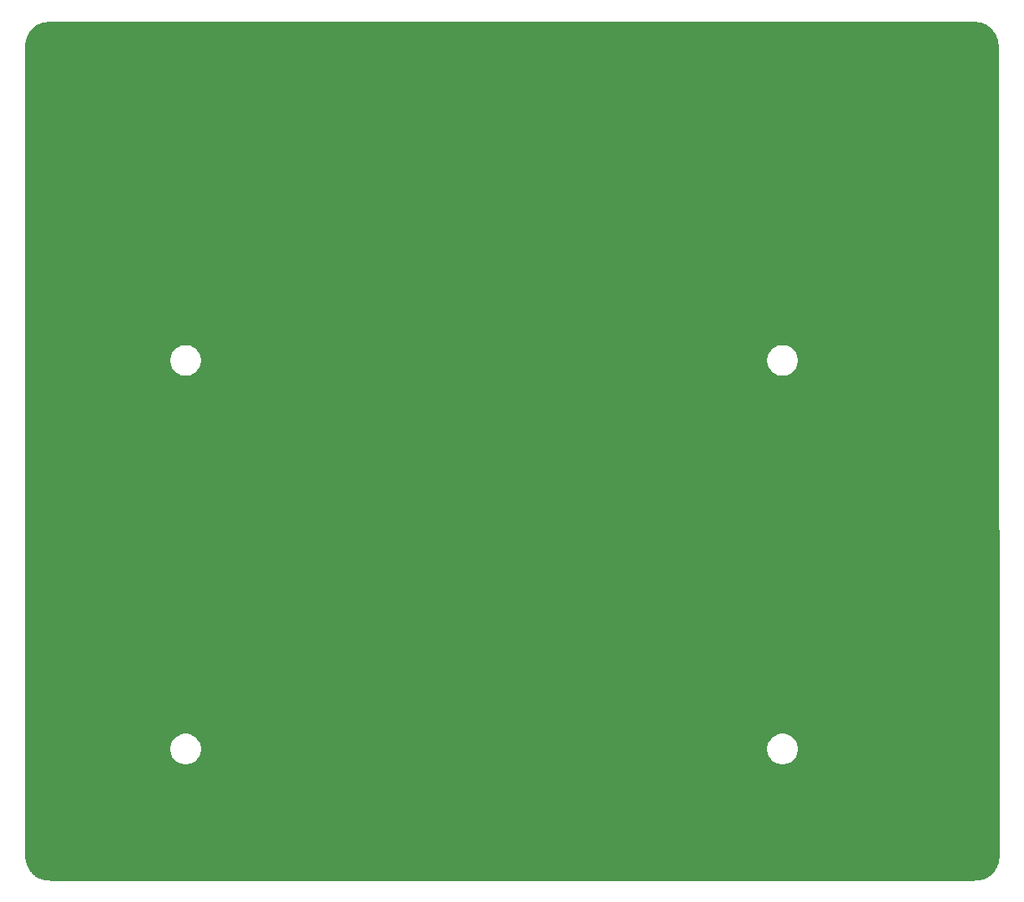
<source format=gbl>
G04 #@! TF.GenerationSoftware,KiCad,Pcbnew,(5.1.4-0-10_14)*
G04 #@! TF.CreationDate,2020-03-30T03:10:15+09:00*
G04 #@! TF.ProjectId,palette1202-PM-back,70616c65-7474-4653-9132-30322d504d2d,rev?*
G04 #@! TF.SameCoordinates,Original*
G04 #@! TF.FileFunction,Copper,L2,Bot*
G04 #@! TF.FilePolarity,Positive*
%FSLAX46Y46*%
G04 Gerber Fmt 4.6, Leading zero omitted, Abs format (unit mm)*
G04 Created by KiCad (PCBNEW (5.1.4-0-10_14)) date 2020-03-30 03:10:15*
%MOMM*%
%LPD*%
G04 APERTURE LIST*
%ADD10C,0.254000*%
G04 APERTURE END LIST*
D10*
G36*
X182905692Y-36639813D02*
G01*
X183033071Y-36654362D01*
X183037604Y-36655004D01*
X183039185Y-36655061D01*
X183043364Y-36655538D01*
X183053277Y-36655628D01*
X183057078Y-36655636D01*
X183180070Y-36659193D01*
X183290505Y-36667774D01*
X183396293Y-36681038D01*
X183494682Y-36697920D01*
X183589908Y-36718556D01*
X183684029Y-36743221D01*
X183772778Y-36770499D01*
X183858160Y-36800584D01*
X183944725Y-36835085D01*
X184025027Y-36870853D01*
X184102251Y-36908857D01*
X184177132Y-36949270D01*
X184249984Y-36992155D01*
X184321127Y-37037651D01*
X184390596Y-37085768D01*
X184456406Y-37134979D01*
X184524181Y-37189654D01*
X184585594Y-37243007D01*
X184644778Y-37298212D01*
X184704531Y-37358096D01*
X184760548Y-37418449D01*
X184814827Y-37481309D01*
X184866187Y-37545289D01*
X184915503Y-37611443D01*
X184963439Y-37680878D01*
X185009885Y-37753817D01*
X185052412Y-37826456D01*
X185094223Y-37904502D01*
X185132281Y-37982625D01*
X185167753Y-38063181D01*
X185201209Y-38148110D01*
X185230859Y-38233227D01*
X185258463Y-38324309D01*
X185282202Y-38416405D01*
X185302945Y-38514063D01*
X185319395Y-38612626D01*
X185332233Y-38718998D01*
X185340113Y-38825957D01*
X185343528Y-38962048D01*
X185360505Y-39099572D01*
X185393306Y-39199119D01*
X185393305Y-54469434D01*
X185393262Y-54469877D01*
X185393305Y-54501180D01*
X185393305Y-54533807D01*
X185393350Y-54534269D01*
X185484598Y-120956150D01*
X185451212Y-121059589D01*
X185435075Y-121197213D01*
X185434956Y-121207126D01*
X185434856Y-121227077D01*
X185430770Y-121346869D01*
X185421642Y-121457598D01*
X185408515Y-121559051D01*
X185391212Y-121657961D01*
X185369750Y-121755248D01*
X185345471Y-121846560D01*
X185317708Y-121935860D01*
X185287518Y-122020682D01*
X185252906Y-122106787D01*
X185217567Y-122185574D01*
X185179099Y-122263275D01*
X185138761Y-122337593D01*
X185095704Y-122410359D01*
X185049976Y-122481513D01*
X185002871Y-122549250D01*
X184953447Y-122615137D01*
X184899033Y-122682397D01*
X184844984Y-122744423D01*
X184788606Y-122804629D01*
X184730092Y-122862799D01*
X184669532Y-122918841D01*
X184607183Y-122972527D01*
X184539587Y-123026551D01*
X184473436Y-123075559D01*
X184405602Y-123122127D01*
X184331093Y-123169297D01*
X184252949Y-123214613D01*
X184178670Y-123253972D01*
X184098705Y-123292525D01*
X184019279Y-123327109D01*
X183936490Y-123359403D01*
X183850739Y-123388986D01*
X183757986Y-123416753D01*
X183667187Y-123439830D01*
X183571859Y-123459818D01*
X183472788Y-123476131D01*
X183370029Y-123488382D01*
X183262084Y-123496239D01*
X183128865Y-123499518D01*
X182991334Y-123516429D01*
X182891405Y-123549303D01*
X89400905Y-123549303D01*
X89295776Y-123515457D01*
X89158139Y-123499421D01*
X89148226Y-123499310D01*
X89132949Y-123499245D01*
X89011067Y-123495248D01*
X88902269Y-123486418D01*
X88796480Y-123472814D01*
X88698604Y-123455712D01*
X88604666Y-123435095D01*
X88513966Y-123411168D01*
X88425171Y-123383779D01*
X88337631Y-123352800D01*
X88255444Y-123319965D01*
X88175172Y-123284210D01*
X88093908Y-123244131D01*
X88019481Y-123203798D01*
X87945614Y-123160119D01*
X87871680Y-123112535D01*
X87803783Y-123065176D01*
X87737937Y-123015629D01*
X87671914Y-122962083D01*
X87609826Y-122907877D01*
X87550009Y-122851770D01*
X87491889Y-122793218D01*
X87435873Y-122732596D01*
X87382144Y-122670102D01*
X87329385Y-122604041D01*
X87280310Y-122537797D01*
X87233666Y-122469852D01*
X87187310Y-122396689D01*
X87144796Y-122323698D01*
X87105091Y-122249310D01*
X87065478Y-122167703D01*
X87030621Y-122088126D01*
X86997648Y-122004049D01*
X86967733Y-121917747D01*
X86940923Y-121828854D01*
X86916378Y-121732975D01*
X86896289Y-121637483D01*
X86879918Y-121538447D01*
X86867660Y-121436197D01*
X86859761Y-121328978D01*
X86856349Y-121192897D01*
X86839375Y-121055373D01*
X86806572Y-120955814D01*
X86806572Y-110136842D01*
X101312000Y-110136842D01*
X101312000Y-110468758D01*
X101376754Y-110794296D01*
X101503772Y-111100947D01*
X101688175Y-111376925D01*
X101922875Y-111611625D01*
X102198853Y-111796028D01*
X102505504Y-111923046D01*
X102831042Y-111987800D01*
X103162958Y-111987800D01*
X103488496Y-111923046D01*
X103795147Y-111796028D01*
X104071125Y-111611625D01*
X104305825Y-111376925D01*
X104490228Y-111100947D01*
X104617246Y-110794296D01*
X104682000Y-110468758D01*
X104682000Y-110136842D01*
X161862300Y-110136842D01*
X161862300Y-110468758D01*
X161927054Y-110794296D01*
X162054072Y-111100947D01*
X162238475Y-111376925D01*
X162473175Y-111611625D01*
X162749153Y-111796028D01*
X163055804Y-111923046D01*
X163381342Y-111987800D01*
X163713258Y-111987800D01*
X164038796Y-111923046D01*
X164345447Y-111796028D01*
X164621425Y-111611625D01*
X164856125Y-111376925D01*
X165040528Y-111100947D01*
X165167546Y-110794296D01*
X165232300Y-110468758D01*
X165232300Y-110136842D01*
X165167546Y-109811304D01*
X165040528Y-109504653D01*
X164856125Y-109228675D01*
X164621425Y-108993975D01*
X164345447Y-108809572D01*
X164038796Y-108682554D01*
X163713258Y-108617800D01*
X163381342Y-108617800D01*
X163055804Y-108682554D01*
X162749153Y-108809572D01*
X162473175Y-108993975D01*
X162238475Y-109228675D01*
X162054072Y-109504653D01*
X161927054Y-109811304D01*
X161862300Y-110136842D01*
X104682000Y-110136842D01*
X104617246Y-109811304D01*
X104490228Y-109504653D01*
X104305825Y-109228675D01*
X104071125Y-108993975D01*
X103795147Y-108809572D01*
X103488496Y-108682554D01*
X103162958Y-108617800D01*
X102831042Y-108617800D01*
X102505504Y-108682554D01*
X102198853Y-108809572D01*
X101922875Y-108993975D01*
X101688175Y-109228675D01*
X101503772Y-109504653D01*
X101376754Y-109811304D01*
X101312000Y-110136842D01*
X86806572Y-110136842D01*
X86806572Y-70700042D01*
X101312000Y-70700042D01*
X101312000Y-71031958D01*
X101376754Y-71357496D01*
X101503772Y-71664147D01*
X101688175Y-71940125D01*
X101922875Y-72174825D01*
X102198853Y-72359228D01*
X102505504Y-72486246D01*
X102831042Y-72551000D01*
X103162958Y-72551000D01*
X103488496Y-72486246D01*
X103795147Y-72359228D01*
X104071125Y-72174825D01*
X104305825Y-71940125D01*
X104490228Y-71664147D01*
X104617246Y-71357496D01*
X104682000Y-71031958D01*
X104682000Y-70700042D01*
X161862300Y-70700042D01*
X161862300Y-71031958D01*
X161927054Y-71357496D01*
X162054072Y-71664147D01*
X162238475Y-71940125D01*
X162473175Y-72174825D01*
X162749153Y-72359228D01*
X163055804Y-72486246D01*
X163381342Y-72551000D01*
X163713258Y-72551000D01*
X164038796Y-72486246D01*
X164345447Y-72359228D01*
X164621425Y-72174825D01*
X164856125Y-71940125D01*
X165040528Y-71664147D01*
X165167546Y-71357496D01*
X165232300Y-71031958D01*
X165232300Y-70700042D01*
X165167546Y-70374504D01*
X165040528Y-70067853D01*
X164856125Y-69791875D01*
X164621425Y-69557175D01*
X164345447Y-69372772D01*
X164038796Y-69245754D01*
X163713258Y-69181000D01*
X163381342Y-69181000D01*
X163055804Y-69245754D01*
X162749153Y-69372772D01*
X162473175Y-69557175D01*
X162238475Y-69791875D01*
X162054072Y-70067853D01*
X161927054Y-70374504D01*
X161862300Y-70700042D01*
X104682000Y-70700042D01*
X104617246Y-70374504D01*
X104490228Y-70067853D01*
X104305825Y-69791875D01*
X104071125Y-69557175D01*
X103795147Y-69372772D01*
X103488496Y-69245754D01*
X103162958Y-69181000D01*
X102831042Y-69181000D01*
X102505504Y-69245754D01*
X102198853Y-69372772D01*
X101922875Y-69557175D01*
X101688175Y-69791875D01*
X101503772Y-70067853D01*
X101376754Y-70374504D01*
X101312000Y-70700042D01*
X86806572Y-70700042D01*
X86806572Y-39199887D01*
X86840332Y-39095229D01*
X86856446Y-38957601D01*
X86856564Y-38947689D01*
X86856660Y-38928010D01*
X86860958Y-38804346D01*
X86869836Y-38697589D01*
X86882998Y-38595889D01*
X86900334Y-38496778D01*
X86921211Y-38401910D01*
X86945051Y-38311797D01*
X86972545Y-38222840D01*
X87002863Y-38137218D01*
X87035580Y-38055267D01*
X87070979Y-37975668D01*
X87109866Y-37896573D01*
X87150151Y-37821929D01*
X87194021Y-37747469D01*
X87240380Y-37675140D01*
X87287640Y-37607057D01*
X87337386Y-37540648D01*
X87390144Y-37475301D01*
X87444224Y-37413052D01*
X87500514Y-37352761D01*
X87558945Y-37294500D01*
X87619426Y-37238363D01*
X87681875Y-37184430D01*
X87746647Y-37132431D01*
X87812424Y-37083406D01*
X87880793Y-37036178D01*
X87951672Y-36990942D01*
X88024164Y-36948351D01*
X88105598Y-36904646D01*
X88184832Y-36866073D01*
X88265916Y-36830437D01*
X88348211Y-36798043D01*
X88437939Y-36766854D01*
X88526826Y-36740027D01*
X88619202Y-36716292D01*
X88714881Y-36696007D01*
X88813570Y-36679535D01*
X88919764Y-36666718D01*
X89029543Y-36658685D01*
X89162624Y-36655415D01*
X89300156Y-36638509D01*
X89400117Y-36605629D01*
X182798682Y-36605629D01*
X182905692Y-36639813D01*
X182905692Y-36639813D01*
G37*
X182905692Y-36639813D02*
X183033071Y-36654362D01*
X183037604Y-36655004D01*
X183039185Y-36655061D01*
X183043364Y-36655538D01*
X183053277Y-36655628D01*
X183057078Y-36655636D01*
X183180070Y-36659193D01*
X183290505Y-36667774D01*
X183396293Y-36681038D01*
X183494682Y-36697920D01*
X183589908Y-36718556D01*
X183684029Y-36743221D01*
X183772778Y-36770499D01*
X183858160Y-36800584D01*
X183944725Y-36835085D01*
X184025027Y-36870853D01*
X184102251Y-36908857D01*
X184177132Y-36949270D01*
X184249984Y-36992155D01*
X184321127Y-37037651D01*
X184390596Y-37085768D01*
X184456406Y-37134979D01*
X184524181Y-37189654D01*
X184585594Y-37243007D01*
X184644778Y-37298212D01*
X184704531Y-37358096D01*
X184760548Y-37418449D01*
X184814827Y-37481309D01*
X184866187Y-37545289D01*
X184915503Y-37611443D01*
X184963439Y-37680878D01*
X185009885Y-37753817D01*
X185052412Y-37826456D01*
X185094223Y-37904502D01*
X185132281Y-37982625D01*
X185167753Y-38063181D01*
X185201209Y-38148110D01*
X185230859Y-38233227D01*
X185258463Y-38324309D01*
X185282202Y-38416405D01*
X185302945Y-38514063D01*
X185319395Y-38612626D01*
X185332233Y-38718998D01*
X185340113Y-38825957D01*
X185343528Y-38962048D01*
X185360505Y-39099572D01*
X185393306Y-39199119D01*
X185393305Y-54469434D01*
X185393262Y-54469877D01*
X185393305Y-54501180D01*
X185393305Y-54533807D01*
X185393350Y-54534269D01*
X185484598Y-120956150D01*
X185451212Y-121059589D01*
X185435075Y-121197213D01*
X185434956Y-121207126D01*
X185434856Y-121227077D01*
X185430770Y-121346869D01*
X185421642Y-121457598D01*
X185408515Y-121559051D01*
X185391212Y-121657961D01*
X185369750Y-121755248D01*
X185345471Y-121846560D01*
X185317708Y-121935860D01*
X185287518Y-122020682D01*
X185252906Y-122106787D01*
X185217567Y-122185574D01*
X185179099Y-122263275D01*
X185138761Y-122337593D01*
X185095704Y-122410359D01*
X185049976Y-122481513D01*
X185002871Y-122549250D01*
X184953447Y-122615137D01*
X184899033Y-122682397D01*
X184844984Y-122744423D01*
X184788606Y-122804629D01*
X184730092Y-122862799D01*
X184669532Y-122918841D01*
X184607183Y-122972527D01*
X184539587Y-123026551D01*
X184473436Y-123075559D01*
X184405602Y-123122127D01*
X184331093Y-123169297D01*
X184252949Y-123214613D01*
X184178670Y-123253972D01*
X184098705Y-123292525D01*
X184019279Y-123327109D01*
X183936490Y-123359403D01*
X183850739Y-123388986D01*
X183757986Y-123416753D01*
X183667187Y-123439830D01*
X183571859Y-123459818D01*
X183472788Y-123476131D01*
X183370029Y-123488382D01*
X183262084Y-123496239D01*
X183128865Y-123499518D01*
X182991334Y-123516429D01*
X182891405Y-123549303D01*
X89400905Y-123549303D01*
X89295776Y-123515457D01*
X89158139Y-123499421D01*
X89148226Y-123499310D01*
X89132949Y-123499245D01*
X89011067Y-123495248D01*
X88902269Y-123486418D01*
X88796480Y-123472814D01*
X88698604Y-123455712D01*
X88604666Y-123435095D01*
X88513966Y-123411168D01*
X88425171Y-123383779D01*
X88337631Y-123352800D01*
X88255444Y-123319965D01*
X88175172Y-123284210D01*
X88093908Y-123244131D01*
X88019481Y-123203798D01*
X87945614Y-123160119D01*
X87871680Y-123112535D01*
X87803783Y-123065176D01*
X87737937Y-123015629D01*
X87671914Y-122962083D01*
X87609826Y-122907877D01*
X87550009Y-122851770D01*
X87491889Y-122793218D01*
X87435873Y-122732596D01*
X87382144Y-122670102D01*
X87329385Y-122604041D01*
X87280310Y-122537797D01*
X87233666Y-122469852D01*
X87187310Y-122396689D01*
X87144796Y-122323698D01*
X87105091Y-122249310D01*
X87065478Y-122167703D01*
X87030621Y-122088126D01*
X86997648Y-122004049D01*
X86967733Y-121917747D01*
X86940923Y-121828854D01*
X86916378Y-121732975D01*
X86896289Y-121637483D01*
X86879918Y-121538447D01*
X86867660Y-121436197D01*
X86859761Y-121328978D01*
X86856349Y-121192897D01*
X86839375Y-121055373D01*
X86806572Y-120955814D01*
X86806572Y-110136842D01*
X101312000Y-110136842D01*
X101312000Y-110468758D01*
X101376754Y-110794296D01*
X101503772Y-111100947D01*
X101688175Y-111376925D01*
X101922875Y-111611625D01*
X102198853Y-111796028D01*
X102505504Y-111923046D01*
X102831042Y-111987800D01*
X103162958Y-111987800D01*
X103488496Y-111923046D01*
X103795147Y-111796028D01*
X104071125Y-111611625D01*
X104305825Y-111376925D01*
X104490228Y-111100947D01*
X104617246Y-110794296D01*
X104682000Y-110468758D01*
X104682000Y-110136842D01*
X161862300Y-110136842D01*
X161862300Y-110468758D01*
X161927054Y-110794296D01*
X162054072Y-111100947D01*
X162238475Y-111376925D01*
X162473175Y-111611625D01*
X162749153Y-111796028D01*
X163055804Y-111923046D01*
X163381342Y-111987800D01*
X163713258Y-111987800D01*
X164038796Y-111923046D01*
X164345447Y-111796028D01*
X164621425Y-111611625D01*
X164856125Y-111376925D01*
X165040528Y-111100947D01*
X165167546Y-110794296D01*
X165232300Y-110468758D01*
X165232300Y-110136842D01*
X165167546Y-109811304D01*
X165040528Y-109504653D01*
X164856125Y-109228675D01*
X164621425Y-108993975D01*
X164345447Y-108809572D01*
X164038796Y-108682554D01*
X163713258Y-108617800D01*
X163381342Y-108617800D01*
X163055804Y-108682554D01*
X162749153Y-108809572D01*
X162473175Y-108993975D01*
X162238475Y-109228675D01*
X162054072Y-109504653D01*
X161927054Y-109811304D01*
X161862300Y-110136842D01*
X104682000Y-110136842D01*
X104617246Y-109811304D01*
X104490228Y-109504653D01*
X104305825Y-109228675D01*
X104071125Y-108993975D01*
X103795147Y-108809572D01*
X103488496Y-108682554D01*
X103162958Y-108617800D01*
X102831042Y-108617800D01*
X102505504Y-108682554D01*
X102198853Y-108809572D01*
X101922875Y-108993975D01*
X101688175Y-109228675D01*
X101503772Y-109504653D01*
X101376754Y-109811304D01*
X101312000Y-110136842D01*
X86806572Y-110136842D01*
X86806572Y-70700042D01*
X101312000Y-70700042D01*
X101312000Y-71031958D01*
X101376754Y-71357496D01*
X101503772Y-71664147D01*
X101688175Y-71940125D01*
X101922875Y-72174825D01*
X102198853Y-72359228D01*
X102505504Y-72486246D01*
X102831042Y-72551000D01*
X103162958Y-72551000D01*
X103488496Y-72486246D01*
X103795147Y-72359228D01*
X104071125Y-72174825D01*
X104305825Y-71940125D01*
X104490228Y-71664147D01*
X104617246Y-71357496D01*
X104682000Y-71031958D01*
X104682000Y-70700042D01*
X161862300Y-70700042D01*
X161862300Y-71031958D01*
X161927054Y-71357496D01*
X162054072Y-71664147D01*
X162238475Y-71940125D01*
X162473175Y-72174825D01*
X162749153Y-72359228D01*
X163055804Y-72486246D01*
X163381342Y-72551000D01*
X163713258Y-72551000D01*
X164038796Y-72486246D01*
X164345447Y-72359228D01*
X164621425Y-72174825D01*
X164856125Y-71940125D01*
X165040528Y-71664147D01*
X165167546Y-71357496D01*
X165232300Y-71031958D01*
X165232300Y-70700042D01*
X165167546Y-70374504D01*
X165040528Y-70067853D01*
X164856125Y-69791875D01*
X164621425Y-69557175D01*
X164345447Y-69372772D01*
X164038796Y-69245754D01*
X163713258Y-69181000D01*
X163381342Y-69181000D01*
X163055804Y-69245754D01*
X162749153Y-69372772D01*
X162473175Y-69557175D01*
X162238475Y-69791875D01*
X162054072Y-70067853D01*
X161927054Y-70374504D01*
X161862300Y-70700042D01*
X104682000Y-70700042D01*
X104617246Y-70374504D01*
X104490228Y-70067853D01*
X104305825Y-69791875D01*
X104071125Y-69557175D01*
X103795147Y-69372772D01*
X103488496Y-69245754D01*
X103162958Y-69181000D01*
X102831042Y-69181000D01*
X102505504Y-69245754D01*
X102198853Y-69372772D01*
X101922875Y-69557175D01*
X101688175Y-69791875D01*
X101503772Y-70067853D01*
X101376754Y-70374504D01*
X101312000Y-70700042D01*
X86806572Y-70700042D01*
X86806572Y-39199887D01*
X86840332Y-39095229D01*
X86856446Y-38957601D01*
X86856564Y-38947689D01*
X86856660Y-38928010D01*
X86860958Y-38804346D01*
X86869836Y-38697589D01*
X86882998Y-38595889D01*
X86900334Y-38496778D01*
X86921211Y-38401910D01*
X86945051Y-38311797D01*
X86972545Y-38222840D01*
X87002863Y-38137218D01*
X87035580Y-38055267D01*
X87070979Y-37975668D01*
X87109866Y-37896573D01*
X87150151Y-37821929D01*
X87194021Y-37747469D01*
X87240380Y-37675140D01*
X87287640Y-37607057D01*
X87337386Y-37540648D01*
X87390144Y-37475301D01*
X87444224Y-37413052D01*
X87500514Y-37352761D01*
X87558945Y-37294500D01*
X87619426Y-37238363D01*
X87681875Y-37184430D01*
X87746647Y-37132431D01*
X87812424Y-37083406D01*
X87880793Y-37036178D01*
X87951672Y-36990942D01*
X88024164Y-36948351D01*
X88105598Y-36904646D01*
X88184832Y-36866073D01*
X88265916Y-36830437D01*
X88348211Y-36798043D01*
X88437939Y-36766854D01*
X88526826Y-36740027D01*
X88619202Y-36716292D01*
X88714881Y-36696007D01*
X88813570Y-36679535D01*
X88919764Y-36666718D01*
X89029543Y-36658685D01*
X89162624Y-36655415D01*
X89300156Y-36638509D01*
X89400117Y-36605629D01*
X182798682Y-36605629D01*
X182905692Y-36639813D01*
M02*

</source>
